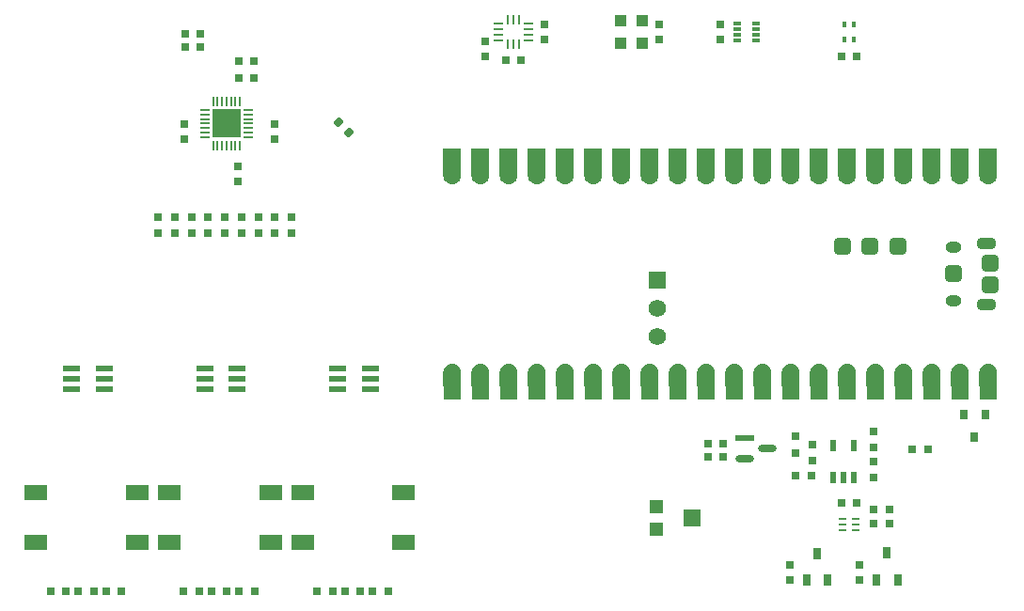
<source format=gbr>
%TF.GenerationSoftware,Altium Limited,Altium Designer,25.5.2 (35)*%
G04 Layer_Color=8421504*
%FSLAX45Y45*%
%MOMM*%
%TF.SameCoordinates,71E00EFA-37BE-4E02-AFE8-A08B7019828F*%
%TF.FilePolarity,Positive*%
%TF.FileFunction,Paste,Top*%
%TF.Part,Single*%
G01*
G75*
%TA.AperFunction,SMDPad,CuDef*%
%ADD13R,0.80000X0.90000*%
%ADD14R,2.10000X1.40000*%
%ADD15R,0.72000X0.30000*%
G04:AMPARAMS|DCode=16|XSize=0.76mm|YSize=0.6604mm|CornerRadius=0.08255mm|HoleSize=0mm|Usage=FLASHONLY|Rotation=0.000|XOffset=0mm|YOffset=0mm|HoleType=Round|Shape=RoundedRectangle|*
%AMROUNDEDRECTD16*
21,1,0.76000,0.49530,0,0,0.0*
21,1,0.59490,0.66040,0,0,0.0*
1,1,0.16510,0.29745,-0.24765*
1,1,0.16510,-0.29745,-0.24765*
1,1,0.16510,-0.29745,0.24765*
1,1,0.16510,0.29745,0.24765*
%
%ADD16ROUNDEDRECTD16*%
%ADD17R,0.30000X0.60000*%
%ADD18O,0.25000X0.95000*%
%ADD19O,0.95000X0.25000*%
%ADD20O,0.85000X0.20000*%
%ADD21O,0.20000X0.85000*%
%ADD22R,2.65000X2.65000*%
%ADD23C,1.57480*%
%ADD24R,1.57480X1.57480*%
%ADD25O,1.45000X1.05000*%
%ADD26O,1.80000X1.10000*%
G04:AMPARAMS|DCode=27|XSize=1.5mm|YSize=1.5mm|CornerRadius=0.3mm|HoleSize=0mm|Usage=FLASHONLY|Rotation=270.000|XOffset=0mm|YOffset=0mm|HoleType=Round|Shape=RoundedRectangle|*
%AMROUNDEDRECTD27*
21,1,1.50000,0.90000,0,0,270.0*
21,1,0.90000,1.50000,0,0,270.0*
1,1,0.60000,-0.45000,-0.45000*
1,1,0.60000,-0.45000,0.45000*
1,1,0.60000,0.45000,0.45000*
1,1,0.60000,0.45000,-0.45000*
%
%ADD27ROUNDEDRECTD27*%
%ADD28R,1.20000X1.20000*%
%ADD29R,1.50000X1.60000*%
G04:AMPARAMS|DCode=30|XSize=1.68435mm|YSize=0.62684mm|CornerRadius=0.31342mm|HoleSize=0mm|Usage=FLASHONLY|Rotation=0.000|XOffset=0mm|YOffset=0mm|HoleType=Round|Shape=RoundedRectangle|*
%AMROUNDEDRECTD30*
21,1,1.68435,0.00000,0,0,0.0*
21,1,1.05751,0.62684,0,0,0.0*
1,1,0.62684,0.52875,0.00000*
1,1,0.62684,-0.52875,0.00000*
1,1,0.62684,-0.52875,0.00000*
1,1,0.62684,0.52875,0.00000*
%
%ADD30ROUNDEDRECTD30*%
%ADD31R,1.68435X0.62684*%
%ADD32R,0.80000X1.00000*%
%ADD33R,1.60000X0.50000*%
%ADD34R,1.00000X1.00000*%
%ADD37R,0.60000X1.10000*%
%ADD38R,0.80000X0.80000*%
G04:AMPARAMS|DCode=39|XSize=0.76mm|YSize=0.6604mm|CornerRadius=0.08255mm|HoleSize=0mm|Usage=FLASHONLY|Rotation=90.000|XOffset=0mm|YOffset=0mm|HoleType=Round|Shape=RoundedRectangle|*
%AMROUNDEDRECTD39*
21,1,0.76000,0.49530,0,0,90.0*
21,1,0.59490,0.66040,0,0,90.0*
1,1,0.16510,0.24765,0.29745*
1,1,0.16510,0.24765,-0.29745*
1,1,0.16510,-0.24765,-0.29745*
1,1,0.16510,-0.24765,0.29745*
%
%ADD39ROUNDEDRECTD39*%
G04:AMPARAMS|DCode=40|XSize=0.76mm|YSize=0.6604mm|CornerRadius=0.08255mm|HoleSize=0mm|Usage=FLASHONLY|Rotation=225.000|XOffset=0mm|YOffset=0mm|HoleType=Round|Shape=RoundedRectangle|*
%AMROUNDEDRECTD40*
21,1,0.76000,0.49530,0,0,225.0*
21,1,0.59490,0.66040,0,0,225.0*
1,1,0.16510,-0.38544,-0.03521*
1,1,0.16510,0.03521,0.38544*
1,1,0.16510,0.38544,0.03521*
1,1,0.16510,-0.03521,-0.38544*
%
%ADD40ROUNDEDRECTD40*%
%TA.AperFunction,NonConductor*%
%ADD133R,0.70000X0.23000*%
%ADD134R,0.70000X0.23000*%
G36*
X12393005Y4129001D02*
X12393236Y3889256D01*
X12393236Y3884013D01*
X12391869Y3873616D01*
X12389155Y3863486D01*
X12385142Y3853796D01*
X12379899Y3844714D01*
X12373515Y3836394D01*
X12366099Y3828979D01*
X12357778Y3822596D01*
X12348696Y3817354D01*
X12339006Y3813342D01*
X12328876Y3810629D01*
X12318478Y3809263D01*
X12313235Y3809264D01*
X12307992Y3809263D01*
X12297595Y3810631D01*
X12287466Y3813345D01*
X12277777Y3817357D01*
X12268696Y3822600D01*
X12260376Y3828983D01*
X12252961Y3836398D01*
X12246577Y3844717D01*
X12241334Y3853799D01*
X12237321Y3863487D01*
X12234607Y3873616D01*
X12233239Y3884013D01*
X12233240Y3889256D01*
X12233239Y3889256D01*
X12233004Y4129002D01*
X12393005Y4129001D01*
D02*
G37*
G36*
X12139005D02*
X12139236Y3889256D01*
X12139236Y3884013D01*
X12137869Y3873616D01*
X12135155Y3863486D01*
X12131142Y3853796D01*
X12125899Y3844714D01*
X12119515Y3836394D01*
X12112099Y3828979D01*
X12103778Y3822596D01*
X12094696Y3817354D01*
X12085006Y3813342D01*
X12074876Y3810629D01*
X12064478Y3809263D01*
X12059235Y3809264D01*
X12053992Y3809263D01*
X12043595Y3810631D01*
X12033466Y3813345D01*
X12023777Y3817357D01*
X12014696Y3822600D01*
X12006376Y3828983D01*
X11998961Y3836398D01*
X11992577Y3844717D01*
X11987334Y3853799D01*
X11983321Y3863487D01*
X11980607Y3873616D01*
X11979239Y3884013D01*
X11979240Y3889256D01*
X11979239Y3889256D01*
X11979004Y4129002D01*
X12139005Y4129001D01*
D02*
G37*
G36*
X11885005D02*
X11885236Y3889256D01*
X11885236Y3884013D01*
X11883869Y3873616D01*
X11881155Y3863486D01*
X11877142Y3853796D01*
X11871899Y3844714D01*
X11865515Y3836394D01*
X11858099Y3828979D01*
X11849778Y3822596D01*
X11840696Y3817354D01*
X11831006Y3813342D01*
X11820876Y3810629D01*
X11810478Y3809263D01*
X11805235Y3809264D01*
X11799992Y3809263D01*
X11789595Y3810631D01*
X11779466Y3813345D01*
X11769777Y3817357D01*
X11760696Y3822600D01*
X11752376Y3828983D01*
X11744961Y3836398D01*
X11738577Y3844717D01*
X11733334Y3853799D01*
X11729321Y3863487D01*
X11726607Y3873616D01*
X11725239Y3884013D01*
X11725240Y3889256D01*
X11725239Y3889256D01*
X11725004Y4129002D01*
X11885005Y4129001D01*
D02*
G37*
G36*
X11631005D02*
X11631236Y3889256D01*
X11631236Y3884013D01*
X11629869Y3873616D01*
X11627155Y3863486D01*
X11623142Y3853796D01*
X11617899Y3844714D01*
X11611515Y3836394D01*
X11604099Y3828979D01*
X11595778Y3822596D01*
X11586696Y3817354D01*
X11577006Y3813342D01*
X11566876Y3810629D01*
X11556478Y3809263D01*
X11551235Y3809264D01*
X11545992Y3809263D01*
X11535595Y3810631D01*
X11525466Y3813345D01*
X11515777Y3817357D01*
X11506696Y3822600D01*
X11498376Y3828983D01*
X11490961Y3836398D01*
X11484577Y3844717D01*
X11479334Y3853799D01*
X11475321Y3863487D01*
X11472607Y3873616D01*
X11471239Y3884013D01*
X11471240Y3889256D01*
X11471239Y3889256D01*
X11471004Y4129002D01*
X11631005Y4129001D01*
D02*
G37*
G36*
X11377005D02*
X11377236Y3889256D01*
X11377236Y3884013D01*
X11375869Y3873616D01*
X11373155Y3863486D01*
X11369142Y3853796D01*
X11363899Y3844714D01*
X11357515Y3836394D01*
X11350099Y3828979D01*
X11341778Y3822596D01*
X11332696Y3817354D01*
X11323006Y3813342D01*
X11312876Y3810629D01*
X11302478Y3809263D01*
X11297235Y3809264D01*
X11291992Y3809263D01*
X11281595Y3810631D01*
X11271466Y3813345D01*
X11261777Y3817357D01*
X11252696Y3822600D01*
X11244376Y3828983D01*
X11236961Y3836398D01*
X11230577Y3844717D01*
X11225334Y3853799D01*
X11221321Y3863487D01*
X11218607Y3873616D01*
X11217239Y3884013D01*
X11217240Y3889256D01*
X11217239Y3889256D01*
X11217004Y4129002D01*
X11377005Y4129001D01*
D02*
G37*
G36*
X11123005D02*
X11123236Y3889256D01*
X11123236Y3884013D01*
X11121869Y3873616D01*
X11119155Y3863486D01*
X11115142Y3853796D01*
X11109899Y3844714D01*
X11103515Y3836394D01*
X11096099Y3828979D01*
X11087778Y3822596D01*
X11078696Y3817354D01*
X11069006Y3813342D01*
X11058876Y3810629D01*
X11048478Y3809263D01*
X11043235Y3809264D01*
X11037992Y3809263D01*
X11027595Y3810631D01*
X11017466Y3813345D01*
X11007777Y3817357D01*
X10998696Y3822600D01*
X10990376Y3828983D01*
X10982961Y3836398D01*
X10976577Y3844717D01*
X10971334Y3853799D01*
X10967321Y3863487D01*
X10964607Y3873616D01*
X10963239Y3884013D01*
X10963240Y3889256D01*
X10963239Y3889256D01*
X10963004Y4129002D01*
X11123005Y4129001D01*
D02*
G37*
G36*
X10869005D02*
X10869236Y3889256D01*
X10869236Y3884013D01*
X10867869Y3873616D01*
X10865155Y3863486D01*
X10861142Y3853796D01*
X10855899Y3844714D01*
X10849515Y3836394D01*
X10842099Y3828979D01*
X10833778Y3822596D01*
X10824696Y3817354D01*
X10815006Y3813342D01*
X10804876Y3810629D01*
X10794478Y3809263D01*
X10789235Y3809264D01*
X10783992Y3809263D01*
X10773595Y3810631D01*
X10763466Y3813345D01*
X10753777Y3817357D01*
X10744696Y3822600D01*
X10736376Y3828983D01*
X10728961Y3836398D01*
X10722577Y3844717D01*
X10717334Y3853799D01*
X10713321Y3863487D01*
X10710607Y3873616D01*
X10709239Y3884013D01*
X10709240Y3889256D01*
X10709239Y3889256D01*
X10709004Y4129002D01*
X10869005Y4129001D01*
D02*
G37*
G36*
X10615005D02*
X10615236Y3889256D01*
X10615236Y3884013D01*
X10613869Y3873616D01*
X10611155Y3863486D01*
X10607142Y3853796D01*
X10601899Y3844714D01*
X10595515Y3836394D01*
X10588099Y3828979D01*
X10579778Y3822596D01*
X10570696Y3817354D01*
X10561006Y3813342D01*
X10550876Y3810629D01*
X10540478Y3809263D01*
X10535235Y3809264D01*
X10529992Y3809263D01*
X10519595Y3810631D01*
X10509466Y3813345D01*
X10499777Y3817357D01*
X10490696Y3822600D01*
X10482376Y3828983D01*
X10474961Y3836398D01*
X10468577Y3844717D01*
X10463334Y3853799D01*
X10459321Y3863487D01*
X10456607Y3873616D01*
X10455239Y3884013D01*
X10455240Y3889256D01*
X10455239Y3889256D01*
X10455004Y4129002D01*
X10615005Y4129001D01*
D02*
G37*
G36*
X10361005D02*
X10361236Y3889256D01*
X10361236Y3884013D01*
X10359869Y3873616D01*
X10357155Y3863486D01*
X10353142Y3853796D01*
X10347899Y3844714D01*
X10341515Y3836394D01*
X10334099Y3828979D01*
X10325778Y3822596D01*
X10316696Y3817354D01*
X10307006Y3813342D01*
X10296876Y3810629D01*
X10286478Y3809263D01*
X10281235Y3809264D01*
X10275992Y3809263D01*
X10265595Y3810631D01*
X10255466Y3813345D01*
X10245777Y3817357D01*
X10236696Y3822600D01*
X10228376Y3828983D01*
X10220961Y3836398D01*
X10214577Y3844717D01*
X10209334Y3853799D01*
X10205321Y3863487D01*
X10202607Y3873616D01*
X10201239Y3884013D01*
X10201240Y3889256D01*
X10201239Y3889256D01*
X10201004Y4129002D01*
X10361005Y4129001D01*
D02*
G37*
G36*
X10107005D02*
X10107236Y3889256D01*
X10107236Y3884013D01*
X10105869Y3873616D01*
X10103155Y3863486D01*
X10099142Y3853796D01*
X10093899Y3844714D01*
X10087515Y3836394D01*
X10080099Y3828979D01*
X10071778Y3822596D01*
X10062696Y3817354D01*
X10053006Y3813342D01*
X10042876Y3810629D01*
X10032478Y3809263D01*
X10027235Y3809264D01*
X10021992Y3809263D01*
X10011595Y3810631D01*
X10001466Y3813345D01*
X9991777Y3817357D01*
X9982696Y3822600D01*
X9974376Y3828983D01*
X9966961Y3836398D01*
X9960577Y3844717D01*
X9955334Y3853799D01*
X9951321Y3863487D01*
X9948607Y3873616D01*
X9947239Y3884013D01*
X9947240Y3889256D01*
X9947239Y3889256D01*
X9947004Y4129002D01*
X10107005Y4129001D01*
D02*
G37*
G36*
X9853005D02*
X9853236Y3889256D01*
X9853236Y3884013D01*
X9851869Y3873616D01*
X9849155Y3863486D01*
X9845142Y3853796D01*
X9839899Y3844714D01*
X9833515Y3836394D01*
X9826099Y3828979D01*
X9817778Y3822596D01*
X9808696Y3817354D01*
X9799006Y3813342D01*
X9788876Y3810629D01*
X9778478Y3809263D01*
X9773235Y3809264D01*
X9767992Y3809263D01*
X9757595Y3810631D01*
X9747466Y3813345D01*
X9737777Y3817357D01*
X9728696Y3822600D01*
X9720376Y3828983D01*
X9712961Y3836398D01*
X9706577Y3844717D01*
X9701334Y3853799D01*
X9697321Y3863487D01*
X9694607Y3873616D01*
X9693239Y3884013D01*
X9693240Y3889256D01*
X9693239Y3889256D01*
X9693004Y4129002D01*
X9853005Y4129001D01*
D02*
G37*
G36*
X9599005D02*
X9599236Y3889256D01*
X9599236Y3884013D01*
X9597869Y3873616D01*
X9595155Y3863486D01*
X9591142Y3853796D01*
X9585899Y3844714D01*
X9579515Y3836394D01*
X9572099Y3828979D01*
X9563778Y3822596D01*
X9554696Y3817354D01*
X9545006Y3813342D01*
X9534876Y3810629D01*
X9524478Y3809263D01*
X9519235Y3809264D01*
X9513992Y3809263D01*
X9503595Y3810631D01*
X9493466Y3813345D01*
X9483777Y3817357D01*
X9474696Y3822600D01*
X9466376Y3828983D01*
X9458961Y3836398D01*
X9452577Y3844717D01*
X9447334Y3853799D01*
X9443321Y3863487D01*
X9440607Y3873616D01*
X9439239Y3884013D01*
X9439240Y3889256D01*
X9439239Y3889256D01*
X9439004Y4129002D01*
X9599005Y4129001D01*
D02*
G37*
G36*
X9345005D02*
X9345236Y3889256D01*
X9345236Y3884013D01*
X9343869Y3873616D01*
X9341155Y3863486D01*
X9337142Y3853796D01*
X9331899Y3844714D01*
X9325515Y3836394D01*
X9318099Y3828979D01*
X9309778Y3822596D01*
X9300696Y3817354D01*
X9291006Y3813342D01*
X9280876Y3810629D01*
X9270478Y3809263D01*
X9265235Y3809264D01*
X9259992Y3809263D01*
X9249595Y3810631D01*
X9239466Y3813345D01*
X9229777Y3817357D01*
X9220696Y3822600D01*
X9212376Y3828983D01*
X9204961Y3836398D01*
X9198577Y3844717D01*
X9193334Y3853799D01*
X9189321Y3863487D01*
X9186607Y3873616D01*
X9185239Y3884013D01*
X9185240Y3889256D01*
X9185239Y3889256D01*
X9185004Y4129002D01*
X9345005Y4129001D01*
D02*
G37*
G36*
X9091005D02*
X9091236Y3889256D01*
X9091236Y3884013D01*
X9089869Y3873616D01*
X9087155Y3863486D01*
X9083142Y3853796D01*
X9077899Y3844714D01*
X9071515Y3836394D01*
X9064099Y3828979D01*
X9055778Y3822596D01*
X9046696Y3817354D01*
X9037006Y3813342D01*
X9026876Y3810629D01*
X9016478Y3809263D01*
X9011235Y3809264D01*
X9005992Y3809263D01*
X8995595Y3810631D01*
X8985466Y3813345D01*
X8975777Y3817357D01*
X8966696Y3822600D01*
X8958376Y3828983D01*
X8950961Y3836398D01*
X8944577Y3844717D01*
X8939334Y3853799D01*
X8935321Y3863487D01*
X8932607Y3873616D01*
X8931239Y3884013D01*
X8931240Y3889256D01*
X8931239Y3889256D01*
X8931004Y4129002D01*
X9091005Y4129001D01*
D02*
G37*
G36*
X8837005D02*
X8837236Y3889256D01*
X8837236Y3884013D01*
X8835869Y3873616D01*
X8833155Y3863486D01*
X8829142Y3853796D01*
X8823899Y3844714D01*
X8817515Y3836394D01*
X8810099Y3828979D01*
X8801778Y3822596D01*
X8792696Y3817354D01*
X8783006Y3813342D01*
X8772876Y3810629D01*
X8762478Y3809263D01*
X8757235Y3809264D01*
X8751992Y3809263D01*
X8741595Y3810631D01*
X8731466Y3813345D01*
X8721777Y3817357D01*
X8712696Y3822600D01*
X8704376Y3828983D01*
X8696961Y3836398D01*
X8690577Y3844717D01*
X8685334Y3853799D01*
X8681321Y3863487D01*
X8678607Y3873616D01*
X8677239Y3884013D01*
X8677240Y3889256D01*
X8677239Y3889256D01*
X8677004Y4129002D01*
X8837005Y4129001D01*
D02*
G37*
G36*
X8583005D02*
X8583236Y3889256D01*
X8583236Y3884013D01*
X8581869Y3873616D01*
X8579155Y3863486D01*
X8575142Y3853796D01*
X8569899Y3844714D01*
X8563515Y3836394D01*
X8556099Y3828979D01*
X8547778Y3822596D01*
X8538696Y3817354D01*
X8529006Y3813342D01*
X8518876Y3810629D01*
X8508478Y3809263D01*
X8503235Y3809264D01*
X8497992Y3809263D01*
X8487595Y3810631D01*
X8477466Y3813345D01*
X8467777Y3817357D01*
X8458696Y3822600D01*
X8450376Y3828983D01*
X8442961Y3836398D01*
X8436577Y3844717D01*
X8431334Y3853799D01*
X8427321Y3863487D01*
X8424607Y3873616D01*
X8423239Y3884013D01*
X8423240Y3889256D01*
X8423239Y3889256D01*
X8423004Y4129002D01*
X8583005Y4129001D01*
D02*
G37*
G36*
X8329005D02*
X8329236Y3889256D01*
X8329236Y3884013D01*
X8327869Y3873616D01*
X8325155Y3863486D01*
X8321142Y3853796D01*
X8315899Y3844714D01*
X8309515Y3836394D01*
X8302099Y3828979D01*
X8293778Y3822596D01*
X8284696Y3817354D01*
X8275006Y3813342D01*
X8264876Y3810629D01*
X8254478Y3809263D01*
X8249235Y3809264D01*
X8243992Y3809263D01*
X8233595Y3810631D01*
X8223466Y3813345D01*
X8213777Y3817357D01*
X8204696Y3822600D01*
X8196376Y3828983D01*
X8188961Y3836398D01*
X8182577Y3844717D01*
X8177334Y3853799D01*
X8173321Y3863487D01*
X8170607Y3873616D01*
X8169239Y3884013D01*
X8169240Y3889256D01*
X8169239Y3889256D01*
X8169004Y4129002D01*
X8329005Y4129001D01*
D02*
G37*
G36*
X8075005D02*
X8075236Y3889256D01*
X8075236Y3884013D01*
X8073869Y3873616D01*
X8071155Y3863486D01*
X8067142Y3853796D01*
X8061899Y3844714D01*
X8055515Y3836394D01*
X8048099Y3828979D01*
X8039778Y3822596D01*
X8030696Y3817354D01*
X8021006Y3813342D01*
X8010876Y3810629D01*
X8000478Y3809263D01*
X7995235Y3809264D01*
X7989992Y3809263D01*
X7979595Y3810631D01*
X7969466Y3813345D01*
X7959777Y3817357D01*
X7950696Y3822600D01*
X7942376Y3828983D01*
X7934961Y3836398D01*
X7928577Y3844717D01*
X7923334Y3853799D01*
X7919321Y3863487D01*
X7916607Y3873616D01*
X7915239Y3884013D01*
X7915240Y3889256D01*
X7915239Y3889256D01*
X7915004Y4129002D01*
X8075005Y4129001D01*
D02*
G37*
G36*
X7821005D02*
X7821236Y3889256D01*
X7821236Y3884013D01*
X7819869Y3873616D01*
X7817155Y3863486D01*
X7813142Y3853796D01*
X7807899Y3844714D01*
X7801515Y3836394D01*
X7794099Y3828979D01*
X7785778Y3822596D01*
X7776696Y3817354D01*
X7767006Y3813342D01*
X7756876Y3810629D01*
X7746478Y3809263D01*
X7741235Y3809264D01*
X7735992Y3809263D01*
X7725595Y3810631D01*
X7715466Y3813345D01*
X7705777Y3817357D01*
X7696696Y3822600D01*
X7688376Y3828983D01*
X7680961Y3836398D01*
X7674577Y3844717D01*
X7669334Y3853799D01*
X7665321Y3863487D01*
X7662607Y3873616D01*
X7661239Y3884013D01*
X7661240Y3889256D01*
X7661239Y3889256D01*
X7661004Y4129002D01*
X7821005Y4129001D01*
D02*
G37*
G36*
X7567005D02*
X7567236Y3889256D01*
X7567236Y3884013D01*
X7565869Y3873616D01*
X7563155Y3863486D01*
X7559142Y3853796D01*
X7553899Y3844714D01*
X7547515Y3836394D01*
X7540099Y3828979D01*
X7531778Y3822596D01*
X7522696Y3817354D01*
X7513006Y3813342D01*
X7502876Y3810629D01*
X7492478Y3809263D01*
X7487235Y3809264D01*
X7481992Y3809263D01*
X7471595Y3810631D01*
X7461466Y3813345D01*
X7451777Y3817357D01*
X7442696Y3822600D01*
X7434376Y3828983D01*
X7426961Y3836398D01*
X7420577Y3844717D01*
X7415334Y3853799D01*
X7411321Y3863487D01*
X7408607Y3873616D01*
X7407239Y3884013D01*
X7407240Y3889256D01*
X7407239Y3889256D01*
X7407004Y4129002D01*
X7567005Y4129001D01*
D02*
G37*
G36*
X12313244Y2191243D02*
X12318487Y2191243D01*
X12328884Y2189875D01*
X12339013Y2187162D01*
X12348702Y2183150D01*
X12357784Y2177907D01*
X12366103Y2171523D01*
X12373518Y2164108D01*
X12379902Y2155789D01*
X12385145Y2146708D01*
X12389158Y2137019D01*
X12391872Y2126890D01*
X12393240Y2116494D01*
X12393239Y2111251D01*
X12393240Y2111250D01*
X12393475Y1871505D01*
X12233474Y1871506D01*
X12233244Y2111250D01*
X12233243Y2116494D01*
X12234610Y2126891D01*
X12237324Y2137021D01*
X12241337Y2146710D01*
X12246580Y2155792D01*
X12252964Y2164112D01*
X12260380Y2171527D01*
X12268701Y2177911D01*
X12277783Y2183153D01*
X12287473Y2187165D01*
X12297603Y2189878D01*
X12308001Y2191244D01*
X12313244Y2191243D01*
D02*
G37*
G36*
X12059244D02*
X12064487Y2191243D01*
X12074884Y2189875D01*
X12085013Y2187162D01*
X12094702Y2183150D01*
X12103784Y2177907D01*
X12112103Y2171523D01*
X12119518Y2164108D01*
X12125902Y2155789D01*
X12131145Y2146708D01*
X12135158Y2137019D01*
X12137872Y2126890D01*
X12139240Y2116494D01*
X12139239Y2111251D01*
X12139240Y2111250D01*
X12139475Y1871505D01*
X11979474Y1871506D01*
X11979244Y2111250D01*
X11979243Y2116494D01*
X11980610Y2126891D01*
X11983324Y2137021D01*
X11987337Y2146710D01*
X11992580Y2155792D01*
X11998964Y2164112D01*
X12006380Y2171527D01*
X12014701Y2177911D01*
X12023783Y2183153D01*
X12033473Y2187165D01*
X12043603Y2189878D01*
X12054001Y2191244D01*
X12059244Y2191243D01*
D02*
G37*
G36*
X11805244D02*
X11810487Y2191243D01*
X11820884Y2189875D01*
X11831013Y2187162D01*
X11840702Y2183150D01*
X11849784Y2177907D01*
X11858103Y2171523D01*
X11865518Y2164108D01*
X11871902Y2155789D01*
X11877145Y2146708D01*
X11881158Y2137019D01*
X11883872Y2126890D01*
X11885240Y2116494D01*
X11885239Y2111251D01*
X11885240Y2111250D01*
X11885475Y1871505D01*
X11725474Y1871506D01*
X11725244Y2111250D01*
X11725243Y2116494D01*
X11726610Y2126891D01*
X11729324Y2137021D01*
X11733337Y2146710D01*
X11738580Y2155792D01*
X11744964Y2164112D01*
X11752380Y2171527D01*
X11760701Y2177911D01*
X11769783Y2183153D01*
X11779473Y2187165D01*
X11789603Y2189878D01*
X11800001Y2191244D01*
X11805244Y2191243D01*
D02*
G37*
G36*
X11551244D02*
X11556487Y2191243D01*
X11566884Y2189875D01*
X11577013Y2187162D01*
X11586702Y2183150D01*
X11595784Y2177907D01*
X11604103Y2171523D01*
X11611518Y2164108D01*
X11617902Y2155789D01*
X11623145Y2146708D01*
X11627158Y2137019D01*
X11629872Y2126890D01*
X11631240Y2116494D01*
X11631239Y2111251D01*
X11631240Y2111250D01*
X11631475Y1871505D01*
X11471474Y1871506D01*
X11471244Y2111250D01*
X11471243Y2116494D01*
X11472610Y2126891D01*
X11475324Y2137021D01*
X11479337Y2146710D01*
X11484580Y2155792D01*
X11490964Y2164112D01*
X11498380Y2171527D01*
X11506701Y2177911D01*
X11515783Y2183153D01*
X11525473Y2187165D01*
X11535603Y2189878D01*
X11546001Y2191244D01*
X11551244Y2191243D01*
D02*
G37*
G36*
X11297244D02*
X11302487Y2191243D01*
X11312884Y2189875D01*
X11323013Y2187162D01*
X11332702Y2183150D01*
X11341784Y2177907D01*
X11350103Y2171523D01*
X11357518Y2164108D01*
X11363902Y2155789D01*
X11369145Y2146708D01*
X11373158Y2137019D01*
X11375872Y2126890D01*
X11377240Y2116494D01*
X11377239Y2111251D01*
X11377240Y2111250D01*
X11377475Y1871505D01*
X11217474Y1871506D01*
X11217244Y2111250D01*
X11217243Y2116494D01*
X11218610Y2126891D01*
X11221324Y2137021D01*
X11225337Y2146710D01*
X11230580Y2155792D01*
X11236964Y2164112D01*
X11244380Y2171527D01*
X11252701Y2177911D01*
X11261783Y2183153D01*
X11271473Y2187165D01*
X11281603Y2189878D01*
X11292001Y2191244D01*
X11297244Y2191243D01*
D02*
G37*
G36*
X11043244D02*
X11048487Y2191243D01*
X11058884Y2189875D01*
X11069013Y2187162D01*
X11078702Y2183150D01*
X11087784Y2177907D01*
X11096103Y2171523D01*
X11103518Y2164108D01*
X11109902Y2155789D01*
X11115145Y2146708D01*
X11119158Y2137019D01*
X11121872Y2126890D01*
X11123240Y2116494D01*
X11123239Y2111251D01*
X11123240Y2111250D01*
X11123475Y1871505D01*
X10963474Y1871506D01*
X10963244Y2111250D01*
X10963243Y2116494D01*
X10964610Y2126891D01*
X10967324Y2137021D01*
X10971337Y2146710D01*
X10976580Y2155792D01*
X10982964Y2164112D01*
X10990380Y2171527D01*
X10998701Y2177911D01*
X11007783Y2183153D01*
X11017473Y2187165D01*
X11027603Y2189878D01*
X11038001Y2191244D01*
X11043244Y2191243D01*
D02*
G37*
G36*
X10789244D02*
X10794487Y2191243D01*
X10804884Y2189875D01*
X10815013Y2187162D01*
X10824702Y2183150D01*
X10833784Y2177907D01*
X10842103Y2171523D01*
X10849518Y2164108D01*
X10855902Y2155789D01*
X10861145Y2146708D01*
X10865158Y2137019D01*
X10867872Y2126890D01*
X10869240Y2116494D01*
X10869239Y2111251D01*
X10869240Y2111250D01*
X10869475Y1871505D01*
X10709474Y1871506D01*
X10709244Y2111250D01*
X10709243Y2116494D01*
X10710610Y2126891D01*
X10713324Y2137021D01*
X10717337Y2146710D01*
X10722580Y2155792D01*
X10728964Y2164112D01*
X10736380Y2171527D01*
X10744701Y2177911D01*
X10753783Y2183153D01*
X10763473Y2187165D01*
X10773603Y2189878D01*
X10784001Y2191244D01*
X10789244Y2191243D01*
D02*
G37*
G36*
X10535244D02*
X10540487Y2191243D01*
X10550884Y2189875D01*
X10561013Y2187162D01*
X10570702Y2183150D01*
X10579784Y2177907D01*
X10588103Y2171523D01*
X10595518Y2164108D01*
X10601902Y2155789D01*
X10607145Y2146708D01*
X10611158Y2137019D01*
X10613872Y2126890D01*
X10615240Y2116494D01*
X10615239Y2111251D01*
X10615240Y2111250D01*
X10615475Y1871505D01*
X10455474Y1871506D01*
X10455244Y2111250D01*
X10455243Y2116494D01*
X10456610Y2126891D01*
X10459324Y2137021D01*
X10463337Y2146710D01*
X10468580Y2155792D01*
X10474964Y2164112D01*
X10482380Y2171527D01*
X10490701Y2177911D01*
X10499783Y2183153D01*
X10509473Y2187165D01*
X10519603Y2189878D01*
X10530001Y2191244D01*
X10535244Y2191243D01*
D02*
G37*
G36*
X10281244D02*
X10286487Y2191243D01*
X10296884Y2189875D01*
X10307013Y2187162D01*
X10316702Y2183150D01*
X10325784Y2177907D01*
X10334103Y2171523D01*
X10341518Y2164108D01*
X10347902Y2155789D01*
X10353145Y2146708D01*
X10357158Y2137019D01*
X10359872Y2126890D01*
X10361240Y2116494D01*
X10361239Y2111251D01*
X10361240Y2111250D01*
X10361475Y1871505D01*
X10201474Y1871506D01*
X10201244Y2111250D01*
X10201243Y2116494D01*
X10202610Y2126891D01*
X10205324Y2137021D01*
X10209337Y2146710D01*
X10214580Y2155792D01*
X10220964Y2164112D01*
X10228380Y2171527D01*
X10236701Y2177911D01*
X10245783Y2183153D01*
X10255473Y2187165D01*
X10265603Y2189878D01*
X10276001Y2191244D01*
X10281244Y2191243D01*
D02*
G37*
G36*
X10027244D02*
X10032487Y2191243D01*
X10042884Y2189875D01*
X10053013Y2187162D01*
X10062702Y2183150D01*
X10071784Y2177907D01*
X10080103Y2171523D01*
X10087518Y2164108D01*
X10093902Y2155789D01*
X10099145Y2146708D01*
X10103158Y2137019D01*
X10105872Y2126890D01*
X10107240Y2116494D01*
X10107239Y2111251D01*
X10107240Y2111250D01*
X10107475Y1871505D01*
X9947474Y1871506D01*
X9947244Y2111250D01*
X9947243Y2116494D01*
X9948610Y2126891D01*
X9951324Y2137021D01*
X9955337Y2146710D01*
X9960580Y2155792D01*
X9966964Y2164112D01*
X9974380Y2171527D01*
X9982701Y2177911D01*
X9991783Y2183153D01*
X10001473Y2187165D01*
X10011603Y2189878D01*
X10022001Y2191244D01*
X10027244Y2191243D01*
D02*
G37*
G36*
X9773244D02*
X9778487Y2191243D01*
X9788884Y2189875D01*
X9799013Y2187162D01*
X9808702Y2183150D01*
X9817784Y2177907D01*
X9826103Y2171523D01*
X9833518Y2164108D01*
X9839902Y2155789D01*
X9845145Y2146708D01*
X9849158Y2137019D01*
X9851872Y2126890D01*
X9853240Y2116494D01*
X9853239Y2111251D01*
X9853240Y2111250D01*
X9853475Y1871505D01*
X9693474Y1871506D01*
X9693244Y2111250D01*
X9693243Y2116494D01*
X9694610Y2126891D01*
X9697324Y2137021D01*
X9701337Y2146710D01*
X9706580Y2155792D01*
X9712964Y2164112D01*
X9720380Y2171527D01*
X9728701Y2177911D01*
X9737783Y2183153D01*
X9747473Y2187165D01*
X9757603Y2189878D01*
X9768001Y2191244D01*
X9773244Y2191243D01*
D02*
G37*
G36*
X9519244D02*
X9524487Y2191243D01*
X9534884Y2189875D01*
X9545013Y2187162D01*
X9554702Y2183150D01*
X9563784Y2177907D01*
X9572103Y2171523D01*
X9579518Y2164108D01*
X9585902Y2155789D01*
X9591145Y2146708D01*
X9595158Y2137019D01*
X9597872Y2126890D01*
X9599240Y2116494D01*
X9599239Y2111251D01*
X9599240Y2111250D01*
X9599475Y1871505D01*
X9439474Y1871506D01*
X9439244Y2111250D01*
X9439243Y2116494D01*
X9440610Y2126891D01*
X9443324Y2137021D01*
X9447337Y2146710D01*
X9452580Y2155792D01*
X9458964Y2164112D01*
X9466380Y2171527D01*
X9474701Y2177911D01*
X9483783Y2183153D01*
X9493473Y2187165D01*
X9503603Y2189878D01*
X9514001Y2191244D01*
X9519244Y2191243D01*
D02*
G37*
G36*
X9265244D02*
X9270487Y2191243D01*
X9280884Y2189875D01*
X9291013Y2187162D01*
X9300702Y2183150D01*
X9309784Y2177907D01*
X9318103Y2171523D01*
X9325518Y2164108D01*
X9331902Y2155789D01*
X9337145Y2146708D01*
X9341158Y2137019D01*
X9343872Y2126890D01*
X9345240Y2116494D01*
X9345239Y2111251D01*
X9345240Y2111250D01*
X9345475Y1871505D01*
X9185474Y1871506D01*
X9185244Y2111250D01*
X9185243Y2116494D01*
X9186610Y2126891D01*
X9189324Y2137021D01*
X9193337Y2146710D01*
X9198580Y2155792D01*
X9204964Y2164112D01*
X9212380Y2171527D01*
X9220701Y2177911D01*
X9229783Y2183153D01*
X9239473Y2187165D01*
X9249603Y2189878D01*
X9260001Y2191244D01*
X9265244Y2191243D01*
D02*
G37*
G36*
X9011244D02*
X9016487Y2191243D01*
X9026884Y2189875D01*
X9037013Y2187162D01*
X9046702Y2183150D01*
X9055784Y2177907D01*
X9064103Y2171523D01*
X9071518Y2164108D01*
X9077902Y2155789D01*
X9083145Y2146708D01*
X9087158Y2137019D01*
X9089872Y2126890D01*
X9091240Y2116494D01*
X9091239Y2111251D01*
X9091240Y2111250D01*
X9091475Y1871505D01*
X8931474Y1871506D01*
X8931244Y2111250D01*
X8931243Y2116494D01*
X8932610Y2126891D01*
X8935324Y2137021D01*
X8939337Y2146710D01*
X8944580Y2155792D01*
X8950964Y2164112D01*
X8958380Y2171527D01*
X8966701Y2177911D01*
X8975783Y2183153D01*
X8985473Y2187165D01*
X8995603Y2189878D01*
X9006001Y2191244D01*
X9011244Y2191243D01*
D02*
G37*
G36*
X8757244D02*
X8762487Y2191243D01*
X8772884Y2189875D01*
X8783013Y2187162D01*
X8792702Y2183150D01*
X8801784Y2177907D01*
X8810103Y2171523D01*
X8817518Y2164108D01*
X8823902Y2155789D01*
X8829145Y2146708D01*
X8833158Y2137019D01*
X8835872Y2126890D01*
X8837240Y2116494D01*
X8837239Y2111251D01*
X8837240Y2111250D01*
X8837475Y1871505D01*
X8677474Y1871506D01*
X8677244Y2111250D01*
X8677243Y2116494D01*
X8678610Y2126891D01*
X8681324Y2137021D01*
X8685337Y2146710D01*
X8690580Y2155792D01*
X8696964Y2164112D01*
X8704380Y2171527D01*
X8712701Y2177911D01*
X8721783Y2183153D01*
X8731473Y2187165D01*
X8741603Y2189878D01*
X8752001Y2191244D01*
X8757244Y2191243D01*
D02*
G37*
G36*
X8503244D02*
X8508487Y2191243D01*
X8518884Y2189875D01*
X8529013Y2187162D01*
X8538702Y2183150D01*
X8547784Y2177907D01*
X8556103Y2171523D01*
X8563518Y2164108D01*
X8569902Y2155789D01*
X8575145Y2146708D01*
X8579158Y2137019D01*
X8581872Y2126890D01*
X8583240Y2116494D01*
X8583239Y2111251D01*
X8583240Y2111250D01*
X8583475Y1871505D01*
X8423474Y1871506D01*
X8423244Y2111250D01*
X8423243Y2116494D01*
X8424610Y2126891D01*
X8427324Y2137021D01*
X8431337Y2146710D01*
X8436580Y2155792D01*
X8442964Y2164112D01*
X8450380Y2171527D01*
X8458701Y2177911D01*
X8467783Y2183153D01*
X8477473Y2187165D01*
X8487603Y2189878D01*
X8498001Y2191244D01*
X8503244Y2191243D01*
D02*
G37*
G36*
X8249244D02*
X8254487Y2191243D01*
X8264884Y2189875D01*
X8275013Y2187162D01*
X8284702Y2183150D01*
X8293784Y2177907D01*
X8302103Y2171523D01*
X8309518Y2164108D01*
X8315902Y2155789D01*
X8321145Y2146708D01*
X8325158Y2137019D01*
X8327872Y2126890D01*
X8329240Y2116494D01*
X8329239Y2111251D01*
X8329240Y2111250D01*
X8329475Y1871505D01*
X8169474Y1871506D01*
X8169244Y2111250D01*
X8169243Y2116494D01*
X8170610Y2126891D01*
X8173324Y2137021D01*
X8177337Y2146710D01*
X8182580Y2155792D01*
X8188964Y2164112D01*
X8196380Y2171527D01*
X8204701Y2177911D01*
X8213783Y2183153D01*
X8223473Y2187165D01*
X8233603Y2189878D01*
X8244001Y2191244D01*
X8249244Y2191243D01*
D02*
G37*
G36*
X7995244D02*
X8000487Y2191243D01*
X8010884Y2189875D01*
X8021013Y2187162D01*
X8030702Y2183150D01*
X8039784Y2177907D01*
X8048103Y2171523D01*
X8055518Y2164108D01*
X8061902Y2155789D01*
X8067145Y2146708D01*
X8071158Y2137019D01*
X8073872Y2126890D01*
X8075240Y2116494D01*
X8075239Y2111251D01*
X8075240Y2111250D01*
X8075475Y1871505D01*
X7915474Y1871506D01*
X7915244Y2111250D01*
X7915243Y2116494D01*
X7916610Y2126891D01*
X7919324Y2137021D01*
X7923337Y2146710D01*
X7928580Y2155792D01*
X7934964Y2164112D01*
X7942380Y2171527D01*
X7950701Y2177911D01*
X7959783Y2183153D01*
X7969473Y2187165D01*
X7979603Y2189878D01*
X7990001Y2191244D01*
X7995244Y2191243D01*
D02*
G37*
G36*
X7741244D02*
X7746487Y2191243D01*
X7756884Y2189875D01*
X7767013Y2187162D01*
X7776702Y2183150D01*
X7785784Y2177907D01*
X7794103Y2171523D01*
X7801518Y2164108D01*
X7807902Y2155789D01*
X7813145Y2146708D01*
X7817158Y2137019D01*
X7819872Y2126890D01*
X7821240Y2116494D01*
X7821239Y2111251D01*
X7821240Y2111250D01*
X7821475Y1871505D01*
X7661474Y1871506D01*
X7661244Y2111250D01*
X7661243Y2116494D01*
X7662610Y2126891D01*
X7665324Y2137021D01*
X7669337Y2146710D01*
X7674580Y2155792D01*
X7680964Y2164112D01*
X7688380Y2171527D01*
X7696701Y2177911D01*
X7705783Y2183153D01*
X7715473Y2187165D01*
X7725603Y2189878D01*
X7736001Y2191244D01*
X7741244Y2191243D01*
D02*
G37*
G36*
X7487244D02*
X7492487Y2191243D01*
X7502884Y2189875D01*
X7513013Y2187162D01*
X7522702Y2183150D01*
X7531784Y2177907D01*
X7540103Y2171523D01*
X7547518Y2164108D01*
X7553902Y2155789D01*
X7559145Y2146708D01*
X7563158Y2137019D01*
X7565872Y2126890D01*
X7567240Y2116494D01*
X7567239Y2111251D01*
X7567240Y2111250D01*
X7567475Y1871505D01*
X7407474Y1871506D01*
X7407244Y2111250D01*
X7407243Y2116494D01*
X7408610Y2126891D01*
X7411324Y2137021D01*
X7415337Y2146710D01*
X7420580Y2155792D01*
X7426964Y2164112D01*
X7434380Y2171527D01*
X7442701Y2177911D01*
X7451783Y2183153D01*
X7461473Y2187165D01*
X7471603Y2189878D01*
X7482001Y2191244D01*
X7487244Y2191243D01*
D02*
G37*
D13*
X12285000Y1730000D02*
D03*
X12095000D02*
D03*
X12190000Y1530000D02*
D03*
D14*
X6140002Y580003D02*
D03*
X7050002D02*
D03*
X6140002Y1030003D02*
D03*
X7050002D02*
D03*
X4940002Y580003D02*
D03*
X5850002D02*
D03*
X4940002Y1030003D02*
D03*
X5850002D02*
D03*
X3739999Y580000D02*
D03*
X4649999D02*
D03*
X3739999Y1030000D02*
D03*
X4649999D02*
D03*
D15*
X10225705Y5105000D02*
D03*
Y5155000D02*
D03*
Y5205000D02*
D03*
Y5255000D02*
D03*
X10053705Y5105000D02*
D03*
Y5155000D02*
D03*
Y5205000D02*
D03*
Y5255000D02*
D03*
D16*
X11152500Y382500D02*
D03*
Y242500D02*
D03*
X4840358Y3370353D02*
D03*
Y3510358D02*
D03*
X5290355Y3370353D02*
D03*
Y3510358D02*
D03*
X5740357Y3370353D02*
D03*
Y3510358D02*
D03*
X4990357Y3510356D02*
D03*
Y3370356D02*
D03*
X5440357Y3510356D02*
D03*
Y3370356D02*
D03*
X5890357Y3510356D02*
D03*
Y3370356D02*
D03*
X5140357Y3510356D02*
D03*
Y3370356D02*
D03*
X5590357Y3510356D02*
D03*
Y3370356D02*
D03*
X6040357Y3510356D02*
D03*
Y3370356D02*
D03*
X9350000Y5109998D02*
D03*
Y5250003D02*
D03*
X8317500Y5247500D02*
D03*
Y5107500D02*
D03*
X9899709Y5109998D02*
D03*
Y5250003D02*
D03*
X7787499Y4957499D02*
D03*
X7787500Y5097498D02*
D03*
X5077109Y4350002D02*
D03*
Y4210003D02*
D03*
X5890359Y4350354D02*
D03*
Y4210354D02*
D03*
X5560357Y3970357D02*
D03*
Y3830358D02*
D03*
X11280001Y1580000D02*
D03*
Y1440000D02*
D03*
X11280058Y1169999D02*
D03*
X11280057Y1310000D02*
D03*
X10730002Y1320000D02*
D03*
Y1460001D02*
D03*
X10525400Y380992D02*
D03*
Y240992D02*
D03*
D17*
X11100000Y5250000D02*
D03*
X11020000D02*
D03*
Y5110000D02*
D03*
X11100000D02*
D03*
D18*
X7987500Y5287500D02*
D03*
X8037500D02*
D03*
X8087500D02*
D03*
Y5067500D02*
D03*
X8037500D02*
D03*
X7987500D02*
D03*
D19*
X8172500Y5252500D02*
D03*
Y5202500D02*
D03*
Y5152500D02*
D03*
Y5102500D02*
D03*
X7902500D02*
D03*
Y5152500D02*
D03*
Y5202500D02*
D03*
Y5252500D02*
D03*
D20*
X5257502Y4475000D02*
D03*
Y4435000D02*
D03*
Y4395000D02*
D03*
Y4355000D02*
D03*
Y4315000D02*
D03*
Y4275000D02*
D03*
Y4235000D02*
D03*
X5652502D02*
D03*
Y4275000D02*
D03*
Y4315000D02*
D03*
Y4355000D02*
D03*
Y4395000D02*
D03*
Y4435000D02*
D03*
Y4475000D02*
D03*
D21*
X5335002Y4157500D02*
D03*
X5375001D02*
D03*
X5415002D02*
D03*
X5455002D02*
D03*
X5495001D02*
D03*
X5535002D02*
D03*
X5575002D02*
D03*
Y4552500D02*
D03*
X5535002D02*
D03*
X5495001D02*
D03*
X5455002D02*
D03*
X5415002D02*
D03*
X5375001D02*
D03*
X5335002D02*
D03*
D22*
X5455002Y4355000D02*
D03*
D23*
X9330006Y2433591D02*
D03*
Y2687591D02*
D03*
D24*
Y2941591D02*
D03*
D25*
X11997006Y2757501D02*
D03*
Y3242501D02*
D03*
D26*
X12300006Y2727501D02*
D03*
Y3272501D02*
D03*
D27*
X11000006Y3250001D02*
D03*
X11250006D02*
D03*
X11500006D02*
D03*
X12000006Y3000001D02*
D03*
X12330006Y2900001D02*
D03*
Y3100001D02*
D03*
D28*
X9325000Y700000D02*
D03*
Y900000D02*
D03*
D29*
X9650000Y800000D02*
D03*
D30*
X10323013Y1430000D02*
D03*
X10116987Y1335000D02*
D03*
D31*
Y1525000D02*
D03*
D32*
X11307501Y245000D02*
D03*
X11497501D02*
D03*
X11402501Y485000D02*
D03*
X10679018Y244083D02*
D03*
X10869018D02*
D03*
X10774018Y484083D02*
D03*
D33*
X4057501Y2145000D02*
D03*
Y2055000D02*
D03*
Y1965000D02*
D03*
X4352502D02*
D03*
Y2055000D02*
D03*
Y2145000D02*
D03*
X6457501D02*
D03*
Y2055000D02*
D03*
Y1965000D02*
D03*
X6752502D02*
D03*
Y2055000D02*
D03*
Y2145000D02*
D03*
X5257502D02*
D03*
Y2055000D02*
D03*
Y1965000D02*
D03*
X5552502D02*
D03*
Y2055000D02*
D03*
Y2145000D02*
D03*
D34*
X9000001Y5080001D02*
D03*
Y5280001D02*
D03*
X9200001Y5080001D02*
D03*
Y5280001D02*
D03*
D37*
X11010002Y1170001D02*
D03*
X11105002D02*
D03*
Y1450000D02*
D03*
X10915003Y1450001D02*
D03*
Y1170001D02*
D03*
D38*
X10580002Y1535000D02*
D03*
X10580001Y1385000D02*
D03*
D39*
X5210001Y140002D02*
D03*
X5070002D02*
D03*
X6409999D02*
D03*
X6270000D02*
D03*
X4009999Y140003D02*
D03*
X3869999Y140002D02*
D03*
X6909998D02*
D03*
X6769999D02*
D03*
X6520002Y139997D02*
D03*
X6660001D02*
D03*
X4509998Y140002D02*
D03*
X4369998D02*
D03*
X4120001Y139997D02*
D03*
X4260001D02*
D03*
X11130002Y4959999D02*
D03*
X10989997Y4959999D02*
D03*
X8107500Y4927501D02*
D03*
X7967500D02*
D03*
X5080002Y5040001D02*
D03*
X5220002Y5040000D02*
D03*
X5079999Y5160000D02*
D03*
X5220004Y5160000D02*
D03*
X5565000Y4914999D02*
D03*
X5705000D02*
D03*
Y4765001D02*
D03*
X5565000D02*
D03*
X5710000Y140002D02*
D03*
X5570001D02*
D03*
X5459998Y139997D02*
D03*
X5319999D02*
D03*
X11425002Y747500D02*
D03*
X11285001Y747500D02*
D03*
X10580001Y1180000D02*
D03*
X10720002D02*
D03*
X11285001Y877500D02*
D03*
X11425002D02*
D03*
X10990001Y940000D02*
D03*
X11130001D02*
D03*
X11770000Y1420000D02*
D03*
X11630000D02*
D03*
X9930000Y1470000D02*
D03*
X9790000D02*
D03*
X9790000Y1350000D02*
D03*
X9930000D02*
D03*
D40*
X6460502Y4369497D02*
D03*
X6559497Y4270502D02*
D03*
D133*
X11117493Y689998D02*
D03*
X11117494Y789996D02*
D03*
X11002497Y689996D02*
D03*
X11002509Y790004D02*
D03*
D134*
X11117469Y739995D02*
D03*
X11002499Y740041D02*
D03*
%TF.MD5,8023e8c69bc992d21940db5f669cf635*%
M02*

</source>
